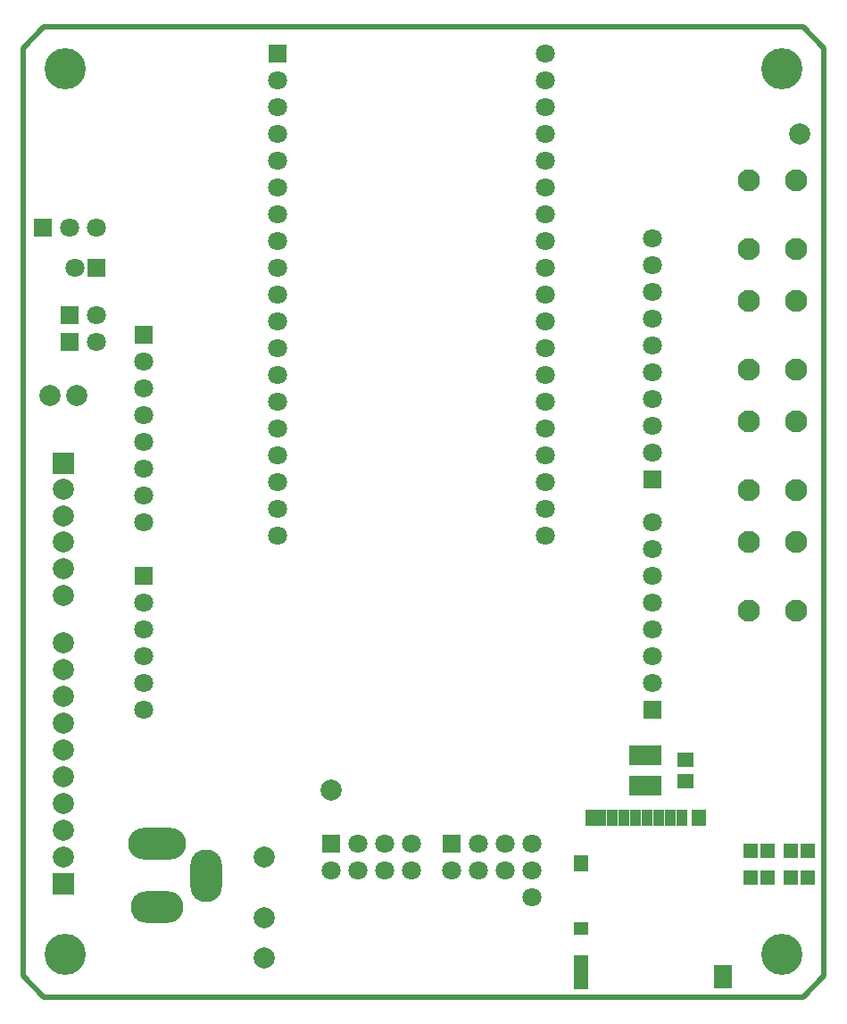
<source format=gbr>
G04 #@! TF.FileFunction,Soldermask,Top*
%FSLAX46Y46*%
G04 Gerber Fmt 4.6, Leading zero omitted, Abs format (unit mm)*
G04 Created by KiCad (PCBNEW 4.0.7) date 06/22/21 16:10:00*
%MOMM*%
%LPD*%
G01*
G04 APERTURE LIST*
%ADD10C,0.100000*%
%ADD11C,0.500000*%
%ADD12C,3.900000*%
%ADD13C,2.000000*%
%ADD14R,2.000000X2.000000*%
%ADD15R,1.650000X1.400000*%
%ADD16O,5.500000X3.000000*%
%ADD17O,5.000000X3.000000*%
%ADD18O,3.000000X5.000000*%
%ADD19R,1.100000X1.600000*%
%ADD20R,1.400000X1.600000*%
%ADD21R,1.400000X1.200000*%
%ADD22R,1.400000X3.200000*%
%ADD23R,1.700000X2.300000*%
%ADD24R,3.100000X1.900000*%
%ADD25R,1.400000X1.400000*%
%ADD26R,1.800000X1.800000*%
%ADD27C,1.800000*%
%ADD28C,2.100000*%
G04 APERTURE END LIST*
D10*
D11*
X124000000Y-50000000D02*
X52000000Y-50000000D01*
X126000000Y-52000000D02*
X124000000Y-50000000D01*
X126000000Y-140000000D02*
X126000000Y-52000000D01*
X124000000Y-142000000D02*
X126000000Y-140000000D01*
X52000000Y-142000000D02*
X124000000Y-142000000D01*
X50000000Y-140000000D02*
X52000000Y-142000000D01*
X50000000Y-52000000D02*
X50000000Y-140000000D01*
X52000000Y-50000000D02*
X50000000Y-52000000D01*
D12*
X54000000Y-54000000D03*
X122000000Y-54000000D03*
X122000000Y-138000000D03*
X54000000Y-138000000D03*
D13*
X53812000Y-121128000D03*
X53812000Y-118588000D03*
X53812000Y-116048000D03*
X53812000Y-113508000D03*
X53812000Y-110968000D03*
X53812000Y-108428000D03*
X53812000Y-123668000D03*
X53812000Y-126208000D03*
X53812000Y-128748000D03*
D14*
X53812000Y-131288000D03*
D13*
X72862000Y-134468000D03*
X72862000Y-138268000D03*
D15*
X112867000Y-119493000D03*
X112867000Y-121493000D03*
D16*
X62702000Y-127478000D03*
D17*
X62702000Y-133478000D03*
D18*
X67402000Y-130478000D03*
D19*
X103892000Y-125008000D03*
X104842000Y-125008000D03*
X112542000Y-125008000D03*
X111442000Y-125008000D03*
X110342000Y-125008000D03*
X109242000Y-125008000D03*
X108142000Y-125008000D03*
X107042000Y-125008000D03*
X105942000Y-125008000D03*
D20*
X114092000Y-125008000D03*
X102942000Y-129308000D03*
D21*
X102942000Y-135508000D03*
D22*
X102942000Y-139658000D03*
D23*
X116442000Y-140108000D03*
D24*
X109057000Y-121943000D03*
X109057000Y-119043000D03*
D25*
X122862000Y-128113000D03*
X124462000Y-128113000D03*
X122862000Y-130653000D03*
X124462000Y-130653000D03*
D26*
X74132000Y-52548000D03*
D27*
X74132000Y-55088000D03*
X74132000Y-57628000D03*
X74132000Y-60168000D03*
X74132000Y-62708000D03*
X74132000Y-65248000D03*
X74132000Y-67788000D03*
X74132000Y-70328000D03*
X74132000Y-72868000D03*
X74132000Y-75408000D03*
X74132000Y-77948000D03*
X74132000Y-80488000D03*
X74132000Y-83028000D03*
X74132000Y-85568000D03*
X74132000Y-88108000D03*
X74132000Y-90648000D03*
X74132000Y-93188000D03*
X74132000Y-95728000D03*
X74132000Y-98268000D03*
X99532000Y-98268000D03*
X99532000Y-95728000D03*
X99532000Y-93188000D03*
X99532000Y-90648000D03*
X99532000Y-88108000D03*
X99532000Y-85568000D03*
X99532000Y-83028000D03*
X99532000Y-80488000D03*
X99532000Y-77948000D03*
X99532000Y-75408000D03*
X99532000Y-72868000D03*
X99532000Y-70328000D03*
X99532000Y-67788000D03*
X99532000Y-65248000D03*
X99532000Y-62708000D03*
X99532000Y-60168000D03*
X99532000Y-57628000D03*
X99532000Y-55088000D03*
X99532000Y-52548000D03*
D26*
X61432000Y-79218000D03*
D27*
X61432000Y-81758000D03*
X61432000Y-84298000D03*
X61432000Y-86838000D03*
X61432000Y-89378000D03*
X61432000Y-91918000D03*
X61432000Y-94458000D03*
X61432000Y-96998000D03*
D26*
X61432000Y-102078000D03*
D27*
X61432000Y-104618000D03*
X61432000Y-107158000D03*
X61432000Y-109698000D03*
X61432000Y-112238000D03*
X61432000Y-114778000D03*
D26*
X109692000Y-114778000D03*
D27*
X109692000Y-112238000D03*
X109692000Y-109698000D03*
X109692000Y-107158000D03*
X109692000Y-104618000D03*
X109692000Y-102078000D03*
X109692000Y-99538000D03*
X109692000Y-96998000D03*
D26*
X109692000Y-92934000D03*
D27*
X109692000Y-90394000D03*
X109692000Y-87854000D03*
X109692000Y-85314000D03*
X109692000Y-82774000D03*
X109692000Y-80234000D03*
X109692000Y-77694000D03*
X109692000Y-75154000D03*
X109692000Y-72614000D03*
X109692000Y-70074000D03*
D25*
X119052000Y-128113000D03*
X120652000Y-128113000D03*
X119052000Y-130653000D03*
X120652000Y-130653000D03*
D28*
X118872000Y-71038000D03*
X118872000Y-64538000D03*
X123372000Y-71038000D03*
X123372000Y-64538000D03*
X118872000Y-105328000D03*
X118872000Y-98828000D03*
X123372000Y-105328000D03*
X123372000Y-98828000D03*
X118872000Y-93898000D03*
X118872000Y-87398000D03*
X123372000Y-93898000D03*
X123372000Y-87398000D03*
X118872000Y-82468000D03*
X118872000Y-75968000D03*
X123372000Y-82468000D03*
X123372000Y-75968000D03*
D13*
X72862000Y-128748000D03*
X79212000Y-122398000D03*
X123662000Y-60168000D03*
D26*
X79212000Y-127478000D03*
D27*
X81752000Y-127478000D03*
X84292000Y-127478000D03*
X86832000Y-127478000D03*
X79212000Y-130018000D03*
X81752000Y-130018000D03*
X84292000Y-130018000D03*
X86832000Y-130018000D03*
D26*
X90642000Y-127478000D03*
D27*
X93182000Y-127478000D03*
X95722000Y-127478000D03*
X98262000Y-127478000D03*
X90642000Y-130018000D03*
X93182000Y-130018000D03*
X95722000Y-130018000D03*
X98262000Y-130018000D03*
X98262000Y-132558000D03*
D13*
X53812000Y-93883000D03*
X53812000Y-96383000D03*
X53812000Y-98883000D03*
X53812000Y-101383000D03*
D14*
X53812000Y-91383000D03*
D13*
X53812000Y-103883000D03*
D26*
X56987000Y-72868000D03*
D27*
X54987000Y-72868000D03*
D26*
X51907000Y-69058000D03*
D27*
X54447000Y-69058000D03*
X56987000Y-69058000D03*
D26*
X54447000Y-79853000D03*
D27*
X56987000Y-79853000D03*
D26*
X54447000Y-77313000D03*
D27*
X56987000Y-77313000D03*
D13*
X55082000Y-84933000D03*
X52542000Y-84933000D03*
M02*

</source>
